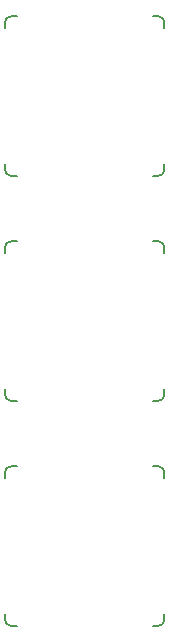
<source format=gbo>
%TF.GenerationSoftware,KiCad,Pcbnew,5.0.0+dfsg1-2*%
%TF.CreationDate,2019-02-10T19:26:03+01:00*%
%TF.ProjectId,yatara-puno-mx-3,7961746172612D70756E6F2D6D782D33,0.2*%
%TF.SameCoordinates,Original*%
%TF.FileFunction,Legend,Bot*%
%TF.FilePolarity,Positive*%
%FSLAX46Y46*%
G04 Gerber Fmt 4.6, Leading zero omitted, Abs format (unit mm)*
G04 Created by KiCad (PCBNEW 5.0.0+dfsg1-2) date Sun Feb 10 19:26:03 2019*
%MOMM*%
%LPD*%
G01*
G04 APERTURE LIST*
%ADD10C,0.150000*%
G04 APERTURE END LIST*
D10*
X67750000Y-36300000D02*
X68250000Y-36300000D01*
X67250000Y-36800000D02*
X67250000Y-37300000D01*
X67250000Y-49300000D02*
X67250000Y-48800000D01*
X67750000Y-49800000D02*
X68250000Y-49800000D01*
X80250000Y-49800000D02*
X79750000Y-49800000D01*
X80750000Y-49300000D02*
X80750000Y-48800000D01*
X80750000Y-36800000D02*
X80750000Y-37300000D01*
X80250000Y-36300000D02*
X79750000Y-36300000D01*
X67250000Y-36800000D02*
G75*
G02X67750000Y-36300000I500000J0D01*
G01*
X67750000Y-49800000D02*
G75*
G02X67250000Y-49300000I0J500000D01*
G01*
X80750000Y-49300000D02*
G75*
G02X80250000Y-49800000I-500000J0D01*
G01*
X80250000Y-36300000D02*
G75*
G02X80750000Y-36800000I0J-500000D01*
G01*
X67750000Y-74400000D02*
X68250000Y-74400000D01*
X67250000Y-74900000D02*
X67250000Y-75400000D01*
X67250000Y-87400000D02*
X67250000Y-86900000D01*
X67750000Y-87900000D02*
X68250000Y-87900000D01*
X80250000Y-87900000D02*
X79750000Y-87900000D01*
X80750000Y-87400000D02*
X80750000Y-86900000D01*
X80750000Y-74900000D02*
X80750000Y-75400000D01*
X80250000Y-74400000D02*
X79750000Y-74400000D01*
X67250000Y-74900000D02*
G75*
G02X67750000Y-74400000I500000J0D01*
G01*
X67750000Y-87900000D02*
G75*
G02X67250000Y-87400000I0J500000D01*
G01*
X80750000Y-87400000D02*
G75*
G02X80250000Y-87900000I-500000J0D01*
G01*
X80250000Y-74400000D02*
G75*
G02X80750000Y-74900000I0J-500000D01*
G01*
X80250000Y-55350000D02*
G75*
G02X80750000Y-55850000I0J-500000D01*
G01*
X80750000Y-68350000D02*
G75*
G02X80250000Y-68850000I-500000J0D01*
G01*
X67750000Y-68850000D02*
G75*
G02X67250000Y-68350000I0J500000D01*
G01*
X67250000Y-55850000D02*
G75*
G02X67750000Y-55350000I500000J0D01*
G01*
X80250000Y-55350000D02*
X79750000Y-55350000D01*
X80750000Y-55850000D02*
X80750000Y-56350000D01*
X80750000Y-68350000D02*
X80750000Y-67850000D01*
X80250000Y-68850000D02*
X79750000Y-68850000D01*
X67750000Y-68850000D02*
X68250000Y-68850000D01*
X67250000Y-68350000D02*
X67250000Y-67850000D01*
X67250000Y-55850000D02*
X67250000Y-56350000D01*
X67750000Y-55350000D02*
X68250000Y-55350000D01*
M02*

</source>
